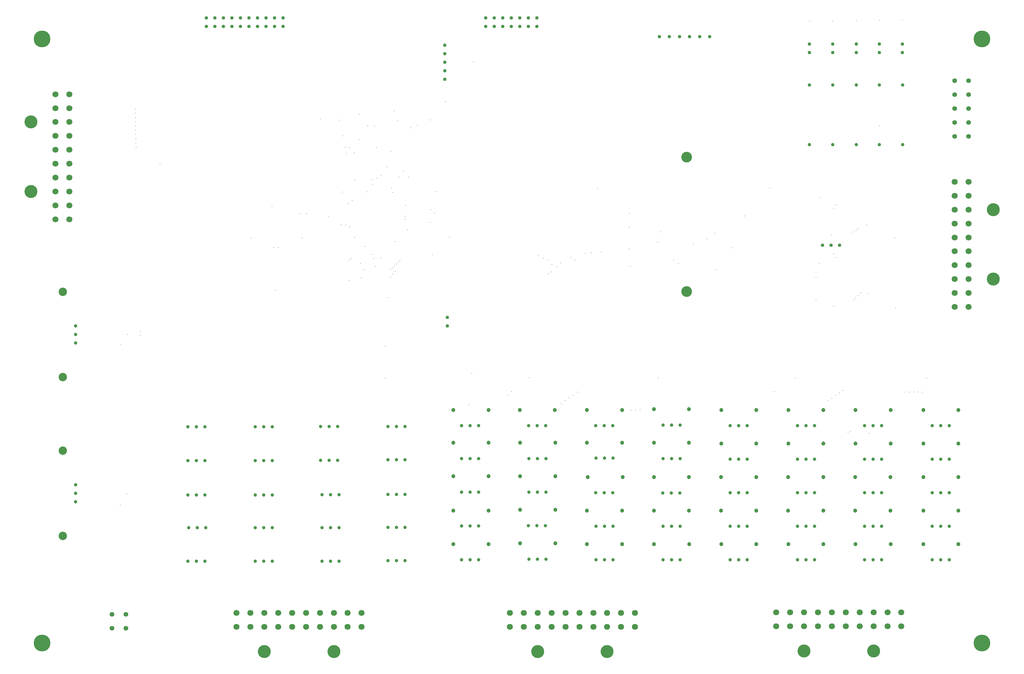
<source format=gbr>
%TF.GenerationSoftware,Altium Limited,Altium Designer,18.0.11 (651)*%
G04 Layer_Color=0*
%FSLAX26Y26*%
%MOIN*%
%TF.FileFunction,Plated,1,4,PTH,Drill*%
%TF.Part,Single*%
G01*
G75*
%TA.AperFunction,ComponentDrill*%
%ADD158C,0.151969*%
%ADD159C,0.151969*%
%ADD160C,0.040000*%
%ADD161C,0.047244*%
%ADD162C,0.039370*%
%ADD163C,0.040157*%
%TA.AperFunction,OtherDrill,Pad Free-2 (637.795mil,3514.173mil)*%
%ADD164C,0.098425*%
%TA.AperFunction,OtherDrill,Pad Free-2 (637.795mil,4514.173mil)*%
%ADD165C,0.098425*%
%TA.AperFunction,OtherDrill,Pad Free-2 (637.795mil,1652.362mil)*%
%ADD166C,0.098425*%
%TA.AperFunction,OtherDrill,Pad Free-2 (637.795mil,2652.362mil)*%
%ADD167C,0.098425*%
%TA.AperFunction,ComponentDrill*%
%ADD168C,0.040000*%
%ADD169C,0.039370*%
%ADD170C,0.039370*%
%TA.AperFunction,OtherDrill,Free Pad (7952.756mil,6094.488mil)*%
%ADD171C,0.125984*%
%TA.AperFunction,OtherDrill,Free Pad (7952.756mil,4519.685mil)*%
%ADD172C,0.125984*%
%TA.AperFunction,OtherDrill,Free Pad (11417.323mil,393.701mil)*%
%ADD173C,0.196850*%
%TA.AperFunction,OtherDrill,Free Pad (11417.323mil,7480.315mil)*%
%ADD174C,0.196850*%
%TA.AperFunction,OtherDrill,Free Pad (393.701mil,7480.315mil)*%
%ADD175C,0.196850*%
%TA.AperFunction,ComponentDrill*%
%ADD176C,0.070866*%
%ADD177C,0.070866*%
%ADD178C,0.055118*%
%ADD179C,0.055118*%
%TA.AperFunction,OtherDrill,Free Pad (393.701mil,393.701mil)*%
%ADD180C,0.196850*%
%TA.AperFunction,ViaDrill,NotFilled*%
%ADD181C,0.011811*%
D158*
X262205Y6507087D02*
D03*
Y5692126D02*
D03*
X11548819Y4664173D02*
D03*
Y5479134D02*
D03*
D159*
X6206693Y296063D02*
D03*
X7021654D02*
D03*
X9330709Y301575D02*
D03*
X10145669D02*
D03*
X3000395Y296063D02*
D03*
X3815356D02*
D03*
D160*
X5697244Y7628346D02*
D03*
X5797244D02*
D03*
X5697244Y7728346D02*
D03*
X6197244Y7628346D02*
D03*
Y7728346D02*
D03*
X6097244Y7628346D02*
D03*
Y7728346D02*
D03*
X5997244Y7628346D02*
D03*
Y7728346D02*
D03*
X5897244Y7628346D02*
D03*
Y7728346D02*
D03*
X5597244Y7628346D02*
D03*
X5797244Y7728346D02*
D03*
X5597244D02*
D03*
X5118110Y7409449D02*
D03*
X5118110Y7309449D02*
D03*
X5118110Y7109449D02*
D03*
X5118111Y7009449D02*
D03*
X5118110Y7209449D02*
D03*
X2820670Y7629921D02*
D03*
X3220670Y7729921D02*
D03*
Y7629921D02*
D03*
X3120670Y7729921D02*
D03*
Y7629921D02*
D03*
X3020670Y7729921D02*
D03*
Y7629921D02*
D03*
X2920670Y7729921D02*
D03*
Y7629921D02*
D03*
X2820670Y7729921D02*
D03*
X2520669Y7729921D02*
D03*
X2420669Y7729921D02*
D03*
X2420669Y7629922D02*
D03*
X2520669Y7629921D02*
D03*
X2620670Y7629922D02*
D03*
X2320670Y7629921D02*
D03*
X2720669Y7729922D02*
D03*
X2720670Y7629922D02*
D03*
X2320670Y7729922D02*
D03*
X2620670Y7729922D02*
D03*
D161*
X10729134Y1555118D02*
D03*
X11140945D02*
D03*
X10729134Y1948819D02*
D03*
X11140945D02*
D03*
X10729134Y2342520D02*
D03*
X11140945D02*
D03*
X10729134Y2736220D02*
D03*
X11140945D02*
D03*
X10729134Y3129921D02*
D03*
X11140945D02*
D03*
X9933465Y1555118D02*
D03*
X10345276D02*
D03*
X9931890Y1948819D02*
D03*
X10343701D02*
D03*
X9931890Y2342520D02*
D03*
X10343701D02*
D03*
X9933465Y2736220D02*
D03*
X10345276D02*
D03*
X9933465Y3129921D02*
D03*
X10345276D02*
D03*
X9146063Y1555118D02*
D03*
X9557874D02*
D03*
X9144488Y1948819D02*
D03*
X9556299D02*
D03*
X9144488Y2342520D02*
D03*
X9556299D02*
D03*
X9146063Y2736220D02*
D03*
X9557874D02*
D03*
X9146063Y3129921D02*
D03*
X9557874D02*
D03*
X8358661Y1555118D02*
D03*
X8770472D02*
D03*
X8357087Y1948819D02*
D03*
X8768898D02*
D03*
X8357087Y2342520D02*
D03*
X8768898D02*
D03*
X8358661Y2736220D02*
D03*
X8770472D02*
D03*
X8358661Y3129921D02*
D03*
X8770472D02*
D03*
X7571260Y1555118D02*
D03*
X7983071D02*
D03*
X7569685Y1948819D02*
D03*
X7981496D02*
D03*
X7569685Y2342520D02*
D03*
X7981496D02*
D03*
X7569685Y2746063D02*
D03*
X7981496D02*
D03*
X7569685Y3139764D02*
D03*
X7981496D02*
D03*
X6783858Y1555118D02*
D03*
X7195669D02*
D03*
X6783858Y1948819D02*
D03*
X7195669D02*
D03*
X6792126Y2342520D02*
D03*
X7203937D02*
D03*
X6783858Y2746063D02*
D03*
X7195669D02*
D03*
X6783858Y3129921D02*
D03*
X7195669D02*
D03*
X6000787Y1564961D02*
D03*
X6412598D02*
D03*
X6000787Y1958661D02*
D03*
X6412598D02*
D03*
X6000787Y2352362D02*
D03*
X6412598D02*
D03*
X6000787Y2746063D02*
D03*
X6412598D02*
D03*
X5996457Y3129921D02*
D03*
X6408268D02*
D03*
X5217323Y1555118D02*
D03*
X5629134D02*
D03*
X5217323Y1948819D02*
D03*
X5629134D02*
D03*
X5217323Y2352362D02*
D03*
X5629134D02*
D03*
X5217323Y2746063D02*
D03*
X5629134D02*
D03*
X5217323Y3129921D02*
D03*
X5629134D02*
D03*
D162*
X10039370Y1371653D02*
D03*
X10139370D02*
D03*
X10239370D02*
D03*
X10039370Y1765354D02*
D03*
X10139370D02*
D03*
X10239370D02*
D03*
X10039370Y2159055D02*
D03*
X10139370D02*
D03*
X10239370D02*
D03*
X10039370Y2552756D02*
D03*
X10139370D02*
D03*
X10239370D02*
D03*
X10039370Y2946456D02*
D03*
X10139370D02*
D03*
X10239370D02*
D03*
X8464567Y1371653D02*
D03*
X8564567D02*
D03*
X8664567D02*
D03*
X8464567Y1765354D02*
D03*
X8564567D02*
D03*
X8664567D02*
D03*
X8464567Y2159055D02*
D03*
X8564567D02*
D03*
X8664567D02*
D03*
X8464567Y2552756D02*
D03*
X8564567D02*
D03*
X8664567D02*
D03*
X6889764Y1371653D02*
D03*
X6989764D02*
D03*
X7089764D02*
D03*
X6889764Y1765354D02*
D03*
X6989764D02*
D03*
X7089764D02*
D03*
X6888189Y2159055D02*
D03*
X6988189D02*
D03*
X7088189D02*
D03*
X6889764Y2564961D02*
D03*
X6989764D02*
D03*
X7089764D02*
D03*
X6888189Y2946456D02*
D03*
X6988189D02*
D03*
X7088189D02*
D03*
X5314961Y1371653D02*
D03*
X5414961D02*
D03*
X5514961D02*
D03*
X5314961Y1768504D02*
D03*
X5414961D02*
D03*
X5514961D02*
D03*
X5313386Y2165354D02*
D03*
X5413386D02*
D03*
X5513386D02*
D03*
X5314961Y2559055D02*
D03*
X5414961D02*
D03*
X5514961D02*
D03*
X5314961Y2946456D02*
D03*
X5414961D02*
D03*
X5514961D02*
D03*
X4449213Y1362599D02*
D03*
X4549213D02*
D03*
X4649213D02*
D03*
X4449213Y1751575D02*
D03*
X4549213D02*
D03*
X4649213D02*
D03*
X4449213Y2137008D02*
D03*
X4549213D02*
D03*
X4649213D02*
D03*
X4449213Y2545351D02*
D03*
X4549213D02*
D03*
X4649213D02*
D03*
X3677871Y1356299D02*
D03*
X3777871D02*
D03*
X3877871D02*
D03*
X3677871Y1750000D02*
D03*
X3777871D02*
D03*
X3877871D02*
D03*
X3677871Y2133859D02*
D03*
X3777871D02*
D03*
X3877871D02*
D03*
X3660631Y2537402D02*
D03*
X3760631D02*
D03*
X3860631D02*
D03*
X3661812Y2934252D02*
D03*
X3761812D02*
D03*
X3861812D02*
D03*
X4449213D02*
D03*
X4549213D02*
D03*
X4649213D02*
D03*
X7877165Y2952756D02*
D03*
X7777165D02*
D03*
X7677165D02*
D03*
X7877165Y2559055D02*
D03*
X7777165D02*
D03*
X7677165D02*
D03*
X7872366Y2155512D02*
D03*
X7772366D02*
D03*
X7672366D02*
D03*
X7877165Y1765354D02*
D03*
X7777165D02*
D03*
X7677165D02*
D03*
X7877165Y1371653D02*
D03*
X7777165D02*
D03*
X7677165D02*
D03*
X6300787Y2946456D02*
D03*
X6200787D02*
D03*
X6100787D02*
D03*
X6302362Y2559055D02*
D03*
X6202362D02*
D03*
X6102362D02*
D03*
X6302362Y2165354D02*
D03*
X6202362D02*
D03*
X6102362D02*
D03*
X6297562Y1771654D02*
D03*
X6197562D02*
D03*
X6097562D02*
D03*
X6302362Y1377953D02*
D03*
X6202362D02*
D03*
X6102362D02*
D03*
X11035039Y2946456D02*
D03*
X10935039D02*
D03*
X10835039D02*
D03*
X11035039Y2552756D02*
D03*
X10935039D02*
D03*
X10835039D02*
D03*
X11035039Y2159055D02*
D03*
X10935039D02*
D03*
X10835039D02*
D03*
X11035039Y1765354D02*
D03*
X10935039D02*
D03*
X10835039D02*
D03*
X11035039Y1371653D02*
D03*
X10935039D02*
D03*
X10835039D02*
D03*
X9451969Y2946456D02*
D03*
X9351969D02*
D03*
X9251969D02*
D03*
X9451969Y2552756D02*
D03*
X9351969D02*
D03*
X9251969D02*
D03*
X9455118Y2159055D02*
D03*
X9355118D02*
D03*
X9255118D02*
D03*
X9451969Y1765354D02*
D03*
X9351969D02*
D03*
X9251969D02*
D03*
X9451969Y1371653D02*
D03*
X9351969D02*
D03*
X9251969D02*
D03*
X8664567Y2946456D02*
D03*
X8564567D02*
D03*
X8464567D02*
D03*
X3092126Y2933071D02*
D03*
X2992126D02*
D03*
X2892126D02*
D03*
X3092126Y2536220D02*
D03*
X2992126D02*
D03*
X2892126D02*
D03*
X3092126Y2132677D02*
D03*
X2992126D02*
D03*
X2892126D02*
D03*
X3092126Y1748819D02*
D03*
X2992126D02*
D03*
X2892126D02*
D03*
X3092126Y1355118D02*
D03*
X2992126D02*
D03*
X2892126D02*
D03*
X2304724Y2933071D02*
D03*
X2204724D02*
D03*
X2104724D02*
D03*
X2304724Y2536220D02*
D03*
X2204724D02*
D03*
X2104724D02*
D03*
X2304724Y2132677D02*
D03*
X2204724D02*
D03*
X2104724D02*
D03*
X2313469Y1748819D02*
D03*
X2213469D02*
D03*
X2113469D02*
D03*
X2304724Y1355118D02*
D03*
X2204724D02*
D03*
X2104724D02*
D03*
D163*
X8223425Y7507874D02*
D03*
X8105315D02*
D03*
X7987205D02*
D03*
X7632874D02*
D03*
X7750984D02*
D03*
X7869095D02*
D03*
D164*
X637795Y3514173D02*
D03*
D165*
Y4514173D02*
D03*
D166*
Y1652362D02*
D03*
D167*
Y2652362D02*
D03*
D168*
X9548031Y5061023D02*
D03*
X9748031Y5061024D02*
D03*
X9648031Y5061023D02*
D03*
X5147638Y4114173D02*
D03*
Y4214173D02*
D03*
X10483077Y7421260D02*
D03*
Y7321260D02*
D03*
X10212014Y7421260D02*
D03*
Y7321260D02*
D03*
X9943314Y7421260D02*
D03*
Y7321260D02*
D03*
X9667723Y7421260D02*
D03*
Y7321260D02*
D03*
X9392132Y7421260D02*
D03*
Y7321260D02*
D03*
D169*
X787402Y4114173D02*
D03*
Y4014173D02*
D03*
Y3914173D02*
D03*
Y2252363D02*
D03*
Y2152363D02*
D03*
Y2052363D02*
D03*
D170*
X10485748Y6942205D02*
D03*
Y6242205D02*
D03*
X10212008Y6942205D02*
D03*
Y6242205D02*
D03*
X9943314Y6941682D02*
D03*
Y6241682D02*
D03*
X9667723Y6941682D02*
D03*
Y6241682D02*
D03*
X9392132Y6941682D02*
D03*
Y6241682D02*
D03*
D171*
X7952756Y6094488D02*
D03*
D172*
Y4519685D02*
D03*
D173*
X11417323Y393701D02*
D03*
D174*
Y7480315D02*
D03*
D175*
X393701D02*
D03*
D176*
X551181Y5366142D02*
D03*
Y5529134D02*
D03*
Y6181102D02*
D03*
Y6018110D02*
D03*
Y5692126D02*
D03*
Y5855118D02*
D03*
Y6507087D02*
D03*
Y6344095D02*
D03*
Y6670079D02*
D03*
Y6833071D02*
D03*
X714173D02*
D03*
Y6670079D02*
D03*
Y6344095D02*
D03*
Y6507087D02*
D03*
Y5855118D02*
D03*
Y5692126D02*
D03*
Y6018110D02*
D03*
Y6181102D02*
D03*
Y5529134D02*
D03*
Y5366142D02*
D03*
X11259843Y5805118D02*
D03*
Y5642126D02*
D03*
Y4990158D02*
D03*
Y5153150D02*
D03*
Y5479134D02*
D03*
Y5316142D02*
D03*
Y4664173D02*
D03*
Y4827166D02*
D03*
Y4501181D02*
D03*
Y4338189D02*
D03*
X11096850D02*
D03*
Y4501181D02*
D03*
Y4827166D02*
D03*
Y4664173D02*
D03*
Y5316142D02*
D03*
Y5479134D02*
D03*
Y5153150D02*
D03*
Y4990158D02*
D03*
Y5642126D02*
D03*
Y5805118D02*
D03*
D177*
X7347638Y585039D02*
D03*
X7184646D02*
D03*
X6532677D02*
D03*
X6695669D02*
D03*
X7021654D02*
D03*
X6858661D02*
D03*
X6206693D02*
D03*
X6369685D02*
D03*
X6043701D02*
D03*
X5880709D02*
D03*
Y748032D02*
D03*
X6043701D02*
D03*
X6369685D02*
D03*
X6206693D02*
D03*
X6858661D02*
D03*
X7021654D02*
D03*
X6695669D02*
D03*
X6532677D02*
D03*
X7184646D02*
D03*
X7347638D02*
D03*
X10471654Y590551D02*
D03*
X10308661D02*
D03*
X9656693D02*
D03*
X9819685D02*
D03*
X10145669D02*
D03*
X9982677D02*
D03*
X9330709D02*
D03*
X9493701D02*
D03*
X9167717D02*
D03*
X9004724D02*
D03*
Y753543D02*
D03*
X9167717D02*
D03*
X9493701D02*
D03*
X9330709D02*
D03*
X9982677D02*
D03*
X10145669D02*
D03*
X9819685D02*
D03*
X9656693D02*
D03*
X10308661D02*
D03*
X10471654D02*
D03*
X4141340Y585039D02*
D03*
X3978348D02*
D03*
X3326379D02*
D03*
X3489371D02*
D03*
X3815356D02*
D03*
X3652363D02*
D03*
X3000395D02*
D03*
X3163387D02*
D03*
X2837403D02*
D03*
X2674411D02*
D03*
Y748032D02*
D03*
X2837403D02*
D03*
X3163387D02*
D03*
X3000395D02*
D03*
X3652363D02*
D03*
X3815356D02*
D03*
X3489371D02*
D03*
X3326379D02*
D03*
X3978348D02*
D03*
X4141340D02*
D03*
D178*
X11259843Y6990551D02*
D03*
Y6827559D02*
D03*
Y6664567D02*
D03*
Y6501575D02*
D03*
Y6338583D02*
D03*
X11096850D02*
D03*
Y6990551D02*
D03*
Y6827559D02*
D03*
Y6664567D02*
D03*
Y6501575D02*
D03*
D179*
X1214961Y730693D02*
D03*
X1377953D02*
D03*
Y567701D02*
D03*
X1214961D02*
D03*
D180*
X393701Y393701D02*
D03*
D181*
X9885827Y5197835D02*
D03*
X9941929Y5240158D02*
D03*
X9968504Y5262096D02*
D03*
X3921260Y6345867D02*
D03*
X3659449Y6545276D02*
D03*
X5453740Y7215551D02*
D03*
X6476378Y4854409D02*
D03*
X6431102Y4806102D02*
D03*
X6374016Y4832677D02*
D03*
X6328898Y4885827D02*
D03*
X6268701Y4913386D02*
D03*
X6215551Y4937008D02*
D03*
X6362205Y4748032D02*
D03*
X4944882Y6531496D02*
D03*
X4565041Y6529831D02*
D03*
X4125243Y4849652D02*
D03*
X4537490Y5106299D02*
D03*
X4137529Y4675914D02*
D03*
X4169664Y4774606D02*
D03*
X4061785Y5155512D02*
D03*
X4259842Y4956693D02*
D03*
X4368498Y4913386D02*
D03*
X4681035Y5241142D02*
D03*
X4947895Y5327695D02*
D03*
X4505905Y5683149D02*
D03*
X9704528Y4920079D02*
D03*
X9679527Y4961221D02*
D03*
X9231299Y3505905D02*
D03*
X7620079Y3506299D02*
D03*
X6103346Y3507874D02*
D03*
X4417054Y3506621D02*
D03*
X10767126Y3506299D02*
D03*
X8634843Y5405610D02*
D03*
X3962599Y6139764D02*
D03*
X1775591Y6020374D02*
D03*
X7279528Y5019528D02*
D03*
X4656496Y5527512D02*
D03*
X7290354Y4811024D02*
D03*
X8926181Y5730315D02*
D03*
X6911417Y5724409D02*
D03*
X10212008Y6460236D02*
D03*
X7613071Y5099528D02*
D03*
X7649606Y5218504D02*
D03*
X7283386Y5435039D02*
D03*
X7281496Y5274882D02*
D03*
X8299213Y4773622D02*
D03*
X8487205Y5032480D02*
D03*
X8033465Y5080709D02*
D03*
X8283465Y5201772D02*
D03*
X5854331Y3303150D02*
D03*
X5901772Y3346260D02*
D03*
X5401575Y3188976D02*
D03*
X6484252Y3200787D02*
D03*
X6528543Y3237205D02*
D03*
X6574803Y3271653D02*
D03*
X6622047Y3303150D02*
D03*
X6673228Y3338583D02*
D03*
X7405512Y3129921D02*
D03*
X7354331D02*
D03*
X7299213D02*
D03*
X5433071Y3559055D02*
D03*
X4289661Y6462307D02*
D03*
X3881890Y6527559D02*
D03*
X4112220Y6301165D02*
D03*
X4317054Y6207677D02*
D03*
X4484471Y6165354D02*
D03*
X4366643Y5881249D02*
D03*
X4441167Y5980315D02*
D03*
X4059055Y5822835D02*
D03*
X4205362Y5688976D02*
D03*
X4029336Y5586614D02*
D03*
X3917054Y5685039D02*
D03*
X3752463Y5401575D02*
D03*
X3091772Y5523071D02*
D03*
X3413634Y5430854D02*
D03*
X2846457Y5145669D02*
D03*
X3444882D02*
D03*
X3497295Y5430366D02*
D03*
X8192913Y5137795D02*
D03*
X6834646Y4972441D02*
D03*
X6767717Y4964567D02*
D03*
X6952742Y4984242D02*
D03*
X6642874Y4886968D02*
D03*
X6594488Y4921260D02*
D03*
X9470472Y4429134D02*
D03*
Y4685039D02*
D03*
X7795276Y4887953D02*
D03*
X7858268Y4846457D02*
D03*
X6326772Y4724409D02*
D03*
X1309842Y3897638D02*
D03*
X1309843Y2015748D02*
D03*
X1391838Y2142021D02*
D03*
X1547244Y4003937D02*
D03*
X1392126Y4014173D02*
D03*
X1547244Y4052173D02*
D03*
X4649606Y5400748D02*
D03*
Y5370079D02*
D03*
X4305219Y4811024D02*
D03*
X4285046Y4905512D02*
D03*
X3106299Y5035388D02*
D03*
X3900243Y5300197D02*
D03*
X3996063Y5275591D02*
D03*
X3163387Y5035433D02*
D03*
X3952756Y5297032D02*
D03*
X4503937Y4724409D02*
D03*
X4535433Y4755905D02*
D03*
X4525591Y4819882D02*
D03*
X4505039Y4799213D02*
D03*
X4546482Y4840787D02*
D03*
X4568898Y4861221D02*
D03*
X4589567Y4881890D02*
D03*
X4483126Y4688976D02*
D03*
X3948819Y6210630D02*
D03*
X3985189Y5547244D02*
D03*
X4177165Y5047244D02*
D03*
X5122047Y6744094D02*
D03*
X4715458Y6437008D02*
D03*
X4795276Y6468504D02*
D03*
X4492126Y5736221D02*
D03*
X4629921Y5933071D02*
D03*
X4578740Y5862205D02*
D03*
X4263779Y5830709D02*
D03*
X4523622Y6637795D02*
D03*
X4054134Y6146432D02*
D03*
X3996063Y6204503D02*
D03*
X4112220Y6598425D02*
D03*
X4212598Y6460630D02*
D03*
X4271654Y5775591D02*
D03*
X4484471Y4778762D02*
D03*
X4484252Y4778543D02*
D03*
X4417054Y3877684D02*
D03*
X3131890Y4533465D02*
D03*
X9509559Y5621346D02*
D03*
X9653149Y5181496D02*
D03*
X9508858Y4847441D02*
D03*
X9679890Y4345701D02*
D03*
X9679527Y5495670D02*
D03*
X9704528Y5535630D02*
D03*
X10064764Y5299016D02*
D03*
X9914370Y5218504D02*
D03*
X9913386Y4417323D02*
D03*
X9937992Y4442913D02*
D03*
X9996063Y4500984D02*
D03*
X9964567Y4470472D02*
D03*
X10396654Y5146654D02*
D03*
X10404528Y4322835D02*
D03*
X10074606Y4495276D02*
D03*
X9395669Y7687992D02*
D03*
X9668307Y7692913D02*
D03*
X9943314Y7696266D02*
D03*
X10213583Y7698819D02*
D03*
X10484252Y7697835D02*
D03*
X8981299Y3345472D02*
D03*
X9786417Y3357284D02*
D03*
X9702756Y3297244D02*
D03*
X9748031Y3327756D02*
D03*
X9846457Y2869095D02*
D03*
X9876969Y2876968D02*
D03*
X10092520Y2854331D02*
D03*
X9611220Y3237205D02*
D03*
X9657480Y3268701D02*
D03*
X10517126Y3339173D02*
D03*
X10567126Y3339370D02*
D03*
X10617126Y3339567D02*
D03*
X10667126Y3340354D02*
D03*
X10717126Y3339961D02*
D03*
X4453740Y4448819D02*
D03*
X4018897Y4904767D02*
D03*
X3996063Y4886968D02*
D03*
Y4649606D02*
D03*
X4996396Y5437659D02*
D03*
X4956385Y5478346D02*
D03*
X4320365Y5852362D02*
D03*
X1496063Y6210630D02*
D03*
X1495079Y6261811D02*
D03*
X1494685Y6310630D02*
D03*
X1491535Y6360630D02*
D03*
X1491142Y6410433D02*
D03*
X1490158Y6460630D02*
D03*
X1489173Y6510827D02*
D03*
Y6560039D02*
D03*
X1490158Y6657480D02*
D03*
X1489567Y6610630D02*
D03*
X4692913Y5860423D02*
D03*
X5016732Y5690945D02*
D03*
X5169291Y5154528D02*
D03*
X4972441Y4950787D02*
D03*
%TF.MD5,6e4c675e2804dbfa1ac0774e02d3462a*%
M02*

</source>
